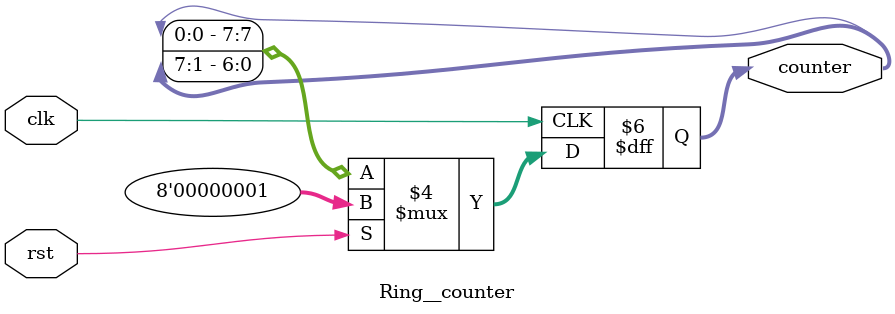
<source format=v>
`timescale 1ns / 1ps

// Engineer: Me
// Module Name: Ring__counter
// Project Name: 
// Target Devices: 
// Tool Versions: 
// Description: Ring counter
// Revision 0.01 - File Created
// Additional Comments: -
// 
//////////////////////////////////////////////////////////////////////////////////


module Ring__counter # (parameter N = 8)(
    input clk, rst,
    output reg [(N-1):0] counter
    );
    
    always @ (posedge clk)
        begin
            if (rst == 1'b1)
                counter <= 'd1;
            else
                counter <= {counter[0],counter[(N-1):1]};   //last bit becomes 1st,
        end                                             //the remaing 3 shift right
endmodule

</source>
